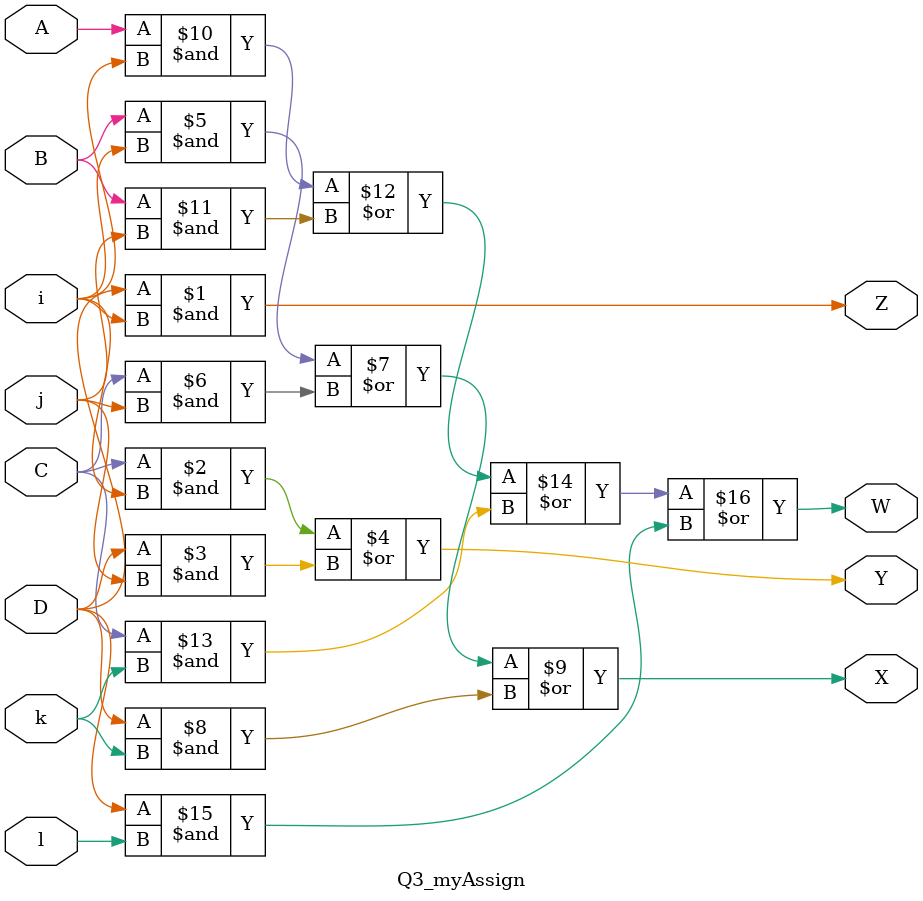
<source format=sv>
`timescale 1ns/1ns

module Q3_myAssign (output W, X, Y, Z, input A, B, C, D, i, j, k, l);
	assign #(32, 34) Z = D & i;
	assign #(51, 51) Y = (C & i) | (D & j);
	assign #(70,68) X = (B & i) | (C & j) | (D & k);
	assign #(89,85) W = (A & i) | (B & j) | (C & k) | (D & l);
endmodule
</source>
